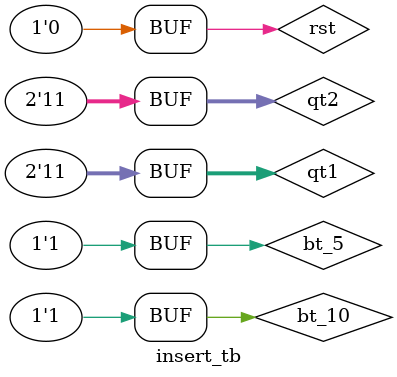
<source format=v>
module insert(rst,bt_10,bt_5,qt1,qt2,total);
input bt_10,bt_5,rst;
input [1:0]qt1,qt2;
output reg [7:0]total = 8'b0000000;
always @(rst or bt_10 or qt1 or bt_5 or qt2)
begin
if(rst)
 begin
 total <= 8'b0000000;
 end
else
begin
if(bt_10)
 case(qt2)

  2'b00:total=total+(8'b00001010*2'b00);
  2'b01:total=total+(8'b00001010*2'b01);
  2'b10:total=total+(8'b00001010*2'b10);
  2'b11:total=total+(8'b00001010*2'b11);
  
 endcase
if(bt_5)
 case(qt1)

  2'b00:total=total+(8'b00000101*2'b00);
  2'b01:total=total+(8'b00000101*2'b01);
  2'b10:total=total+(8'b00000101*2'b10);
  2'b11:total=total+(8'b00000101*2'b11);
  
 endcase
end
end
endmodule

module insert_tb;
reg bt_10,bt_5,rst;
reg [1:0]qt1,qt2;
wire [7:0]total;
insert i(rst,bt_10,bt_5,qt1,qt2,total);
initial
begin
rst=0;bt_5=1;qt1=2'b10;bt_10=0;qt2=2'b00;
#100 rst=1;
#100 rst=0;bt_5=0;qt1=2'b10;bt_10=1;qt2=2'b11;
#100 rst=1;
#100 rst=0;bt_5=1;qt1=2'b11;bt_10=1;qt2=2'b11;
end
endmodule

</source>
